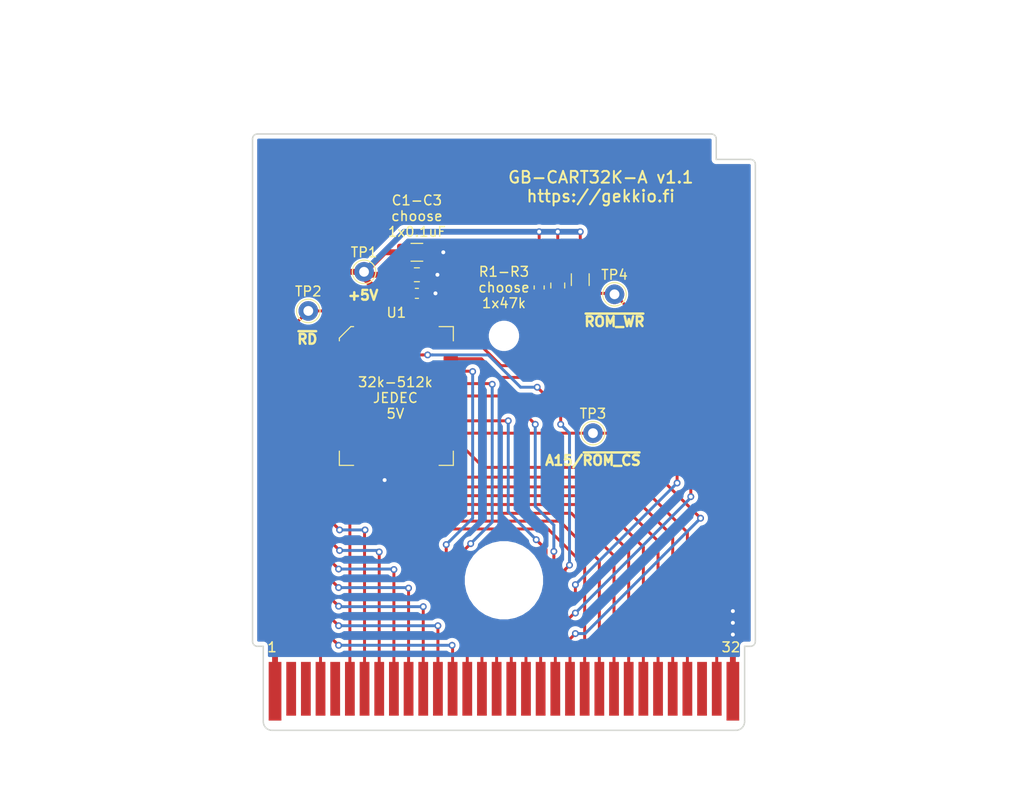
<source format=kicad_pcb>
(kicad_pcb (version 20211014) (generator pcbnew)
  (title_block (title "GB-CART32K-A") (rev "v1.1") (company "https://gekkio.fi"))
  (layers (0 "F.Cu" signal) (31 "B.Cu" signal) (34 "B.Paste" user) (35 "F.Paste" user) (36 "B.SilkS" user "B.Silkscreen") (37 "F.SilkS" user "F.Silkscreen") (38 "B.Mask" user) (39 "F.Mask" user) (44 "Edge.Cuts" user))
  (net 0 "")
  (net 1 "+5V")
  (net 2 "GND")
  (net 3 "/D0")
  (net 4 "/D1")
  (net 5 "/D2")
  (net 6 "/D3")
  (net 7 "/D4")
  (net 8 "/D5")
  (net 9 "/D6")
  (net 10 "/D7")
  (net 11 "/A12")
  (net 12 "/A13")
  (net 13 "/A14")
  (net 14 "/A7")
  (net 15 "/A6")
  (net 16 "/A5")
  (net 17 "/A4")
  (net 18 "/A3")
  (net 19 "/A2")
  (net 20 "/A1")
  (net 21 "/A0")
  (net 22 "/A10")
  (net 23 "/~{RD}")
  (net 24 "/A11")
  (net 25 "/A9")
  (net 26 "/A8")
  (net 27 "/~{ROM_CS}")
  (net 28 "/~{ROM_WR}")
  (footprint "Gekkio_MountingHole:MountingHole_7.2mm" (layer "F.Cu") (at 100 84.65)
    (fp_text reference "H1" hide)
    (fp_text value "DNF" hide)
    (pad "" np_thru_hole circle locked (at 0 0) (size 7.2 7.2) (drill 7.2) (layers *.Cu *.Mask))
  )
  (footprint "Gekkio_MountingHole:MountingHole_2.3mm" (layer "F.Cu") (at 100 59.65)
    (fp_text reference "H2" hide)
    (fp_text value "DNF" hide)
    (pad "" np_thru_hole circle locked (at 0 0) (size 2.3 2.3) (drill 2.3) (layers *.Cu *.Mask))
  )
  (footprint "Gekkio_Connector_PCBEdge:GameBoy_Cartridge_1x32_P1.50mm_Edge" (layer "F.Cu") (at 100 96)
    (fp_text reference "J1" hide)
    (fp_text value "DNF" hide)
    (fp_text user "1" (at -23.7 -4.5) (layer "F.SilkS"))
    (fp_text user "32" (at 23.2 -4.5) (layer "F.SilkS"))
    (pad "1" connect rect locked (at -23.4 0 90) (size 6 1.3) (layers "F.Cu" "F.Mask") (net 1 "+5V"))
    (pad "2" connect rect locked (at -21.75 -0.25 90) (size 5.5 1) (layers "F.Cu" "F.Mask"))
    (pad "3" connect rect locked (at -20.25 -0.25 90) (size 5.5 1) (layers "F.Cu" "F.Mask"))
    (pad "4" connect rect locked (at -18.75 -0.25 90) (size 5.5 1) (layers "F.Cu" "F.Mask") (net 23 "/~{RD}"))
    (pad "5" connect rect locked (at -17.25 -0.25 90) (size 5.5 1) (layers "F.Cu" "F.Mask"))
    (pad "6" connect rect locked (at -15.75 -0.25 90) (size 5.5 1) (layers "F.Cu" "F.Mask") (net 21 "/A0"))
    (pad "7" connect rect locked (at -14.25 -0.25 90) (size 5.5 1) (layers "F.Cu" "F.Mask") (net 20 "/A1"))
    (pad "8" connect rect locked (at -12.75 -0.25 90) (size 5.5 1) (layers "F.Cu" "F.Mask") (net 19 "/A2"))
    (pad "9" connect rect locked (at -11.25 -0.25 90) (size 5.5 1) (layers "F.Cu" "F.Mask") (net 18 "/A3"))
    (pad "10" connect rect locked (at -9.75 -0.25 90) (size 5.5 1) (layers "F.Cu" "F.Mask") (net 17 "/A4"))
    (pad "11" connect rect locked (at -8.25 -0.25 90) (size 5.5 1) (layers "F.Cu" "F.Mask") (net 16 "/A5"))
    (pad "12" connect rect locked (at -6.75 -0.25 90) (size 5.5 1) (layers "F.Cu" "F.Mask") (net 15 "/A6"))
    (pad "13" connect rect locked (at -5.25 -0.25 90) (size 5.5 1) (layers "F.Cu" "F.Mask") (net 14 "/A7"))
    (pad "14" connect rect locked (at -3.75 -0.25 90) (size 5.5 1) (layers "F.Cu" "F.Mask") (net 26 "/A8"))
    (pad "15" connect rect locked (at -2.25 -0.25 90) (size 5.5 1) (layers "F.Cu" "F.Mask") (net 25 "/A9"))
    (pad "16" connect rect locked (at -0.75 -0.25 90) (size 5.5 1) (layers "F.Cu" "F.Mask") (net 22 "/A10"))
    (pad "17" connect rect locked (at 0.75 -0.25 90) (size 5.5 1) (layers "F.Cu" "F.Mask") (net 24 "/A11"))
    (pad "18" connect rect locked (at 2.25 -0.25 90) (size 5.5 1) (layers "F.Cu" "F.Mask") (net 11 "/A12"))
    (pad "19" connect rect locked (at 3.75 -0.25 90) (size 5.5 1) (layers "F.Cu" "F.Mask") (net 12 "/A13"))
    (pad "20" connect rect locked (at 5.25 -0.25 90) (size 5.5 1) (layers "F.Cu" "F.Mask") (net 13 "/A14"))
    (pad "21" connect rect locked (at 6.75 -0.25 90) (size 5.5 1) (layers "F.Cu" "F.Mask") (net 27 "/~{ROM_CS}"))
    (pad "22" connect rect locked (at 8.25 -0.25 90) (size 5.5 1) (layers "F.Cu" "F.Mask") (net 3 "/D0"))
    (pad "23" connect rect locked (at 9.75 -0.25 90) (size 5.5 1) (layers "F.Cu" "F.Mask") (net 4 "/D1"))
    (pad "24" connect rect locked (at 11.25 -0.25 90) (size 5.5 1) (layers "F.Cu" "F.Mask") (net 5 "/D2"))
    (pad "25" connect rect locked (at 12.75 -0.25 90) (size 5.5 1) (layers "F.Cu" "F.Mask") (net 6 "/D3"))
    (pad "26" connect rect locked (at 14.25 -0.25 90) (size 5.5 1) (layers "F.Cu" "F.Mask") (net 7 "/D4"))
    (pad "27" connect rect locked (at 15.75 -0.25 90) (size 5.5 1) (layers "F.Cu" "F.Mask") (net 8 "/D5"))
    (pad "28" connect rect locked (at 17.25 -0.25 90) (size 5.5 1) (layers "F.Cu" "F.Mask") (net 9 "/D6"))
    (pad "29" connect rect locked (at 18.75 -0.25 90) (size 5.5 1) (layers "F.Cu" "F.Mask") (net 10 "/D7"))
    (pad "30" connect rect locked (at 20.25 -0.25 90) (size 5.5 1) (layers "F.Cu" "F.Mask"))
    (pad "31" connect rect locked (at 21.75 -0.25 90) (size 5.5 1) (layers "F.Cu" "F.Mask") (net 28 "/~{ROM_WR}"))
    (pad "32" connect rect locked (at 23.4 0 90) (size 6 1.3) (layers "F.Cu" "F.Mask") (net 2 "GND"))
  )
  (footprint "Capacitor_SMD:C_0603_1608Metric" (layer "F.Cu") (at 91.1 55.3)
    (fp_text reference "C1" hide)
    (fp_text value "0.1uF" hide)
    (fp_line (start -0.162779 -0.51) (end 0.162779 -0.51) (layer "F.SilkS") (width 0.12))
    (fp_line (start -0.162779 0.51) (end 0.162779 0.51) (layer "F.SilkS") (width 0.12))
    (pad "1" smd roundrect locked (at -0.7875 0) (size 0.875 0.95) (layers "F.Cu" "F.Paste" "F.Mask") (net 1 "+5V"))
    (pad "2" smd roundrect locked (at 0.7875 0) (size 0.875 0.95) (layers "F.Cu" "F.Paste" "F.Mask") (net 2 "GND"))
  )
  (footprint "Capacitor_SMD:C_0805_2012Metric" (layer "F.Cu") (at 91.1 53.4)
    (fp_text reference "C2" hide)
    (fp_text value "1uF" hide)
    (fp_line (start -0.258578 0.71) (end 0.258578 0.71) (layer "F.SilkS") (width 0.12))
    (fp_line (start -0.258578 -0.71) (end 0.258578 -0.71) (layer "F.SilkS") (width 0.12))
    (pad "1" smd roundrect locked (at -0.9375 0) (size 0.975 1.4) (layers "F.Cu" "F.Paste" "F.Mask") (net 1 "+5V"))
    (pad "2" smd roundrect locked (at 0.9375 0) (size 0.975 1.4) (layers "F.Cu" "F.Paste" "F.Mask") (net 2 "GND"))
  )
  (footprint "Capacitor_SMD:C_1206_3216Metric" (layer "F.Cu") (at 91.1 51.1)
    (fp_text reference "C3" hide)
    (fp_text value "10uF" hide)
    (fp_line (start -0.602064 -0.91) (end 0.602064 -0.91) (layer "F.SilkS") (width 0.12))
    (fp_line (start -0.602064 0.91) (end 0.602064 0.91) (layer "F.SilkS") (width 0.12))
    (pad "1" smd roundrect locked (at -1.4 0) (size 1.25 1.75) (layers "F.Cu" "F.Paste" "F.Mask") (roundrect_rratio 0.2) (net 1 "+5V"))
    (pad "2" smd roundrect locked (at 1.4 0) (size 1.25 1.75) (layers "F.Cu" "F.Paste" "F.Mask") (roundrect_rratio 0.2) (net 2 "GND"))
  )
  (footprint "Resistor_SMD:R_1206_3216Metric" (layer "F.Cu") (at 107.8 53.9 -90)
    (fp_text reference "R3" hide)
    (fp_text value "47k" hide)
    (fp_line (start -0.602064 -0.91) (end 0.602064 -0.91) (layer "F.SilkS") (width 0.12))
    (fp_line (start -0.602064 0.91) (end 0.602064 0.91) (layer "F.SilkS") (width 0.12))
    (pad "1" smd roundrect locked (at -1.4 0 270) (size 1.25 1.75) (layers "F.Cu" "F.Paste" "F.Mask") (roundrect_rratio 0.2) (net 1 "+5V"))
    (pad "2" smd roundrect locked (at 1.4 0 270) (size 1.25 1.75) (layers "F.Cu" "F.Paste" "F.Mask") (roundrect_rratio 0.2) (net 28 "/~{ROM_WR}"))
  )
  (footprint "TestPoint:TestPoint_THTPad_D2.0mm_Drill1.0mm" (layer "F.Cu") (at 85.7 53.1)
    (fp_text reference "TP1" (at 0 -1.998) (layer "F.SilkS"))
    (fp_text value "TestPoint" hide)
    (fp_circle (center 0 0) (end 0 1.2) (layer "F.SilkS") (width 0.12) (fill none))
    (pad "1" thru_hole circle locked (at 0 0) (size 2 2) (drill 1) (layers *.Cu *.Mask) (net 1 "+5V"))
  )
  (footprint "TestPoint:TestPoint_THTPad_D2.0mm_Drill1.0mm" (layer "F.Cu") (at 111.3 55.4)
    (fp_text reference "TP4" (at 0 -1.998) (layer "F.SilkS"))
    (fp_text value "TestPoint" hide)
    (fp_circle (center 0 0) (end 0 1.2) (layer "F.SilkS") (width 0.12) (fill none))
    (pad "1" thru_hole circle locked (at 0 0) (size 2 2) (drill 1) (layers *.Cu *.Mask) (net 28 "/~{ROM_WR}"))
  )
  (footprint "Package_LCC:PLCC-32_11.4x14.0mm_P1.27mm" (layer "F.Cu") (at 89 65.8)
    (fp_text reference "U1" (at 0 -8.52) (layer "F.SilkS"))
    (fp_text value "SST39SF040")
    (fp_line (start -4.37 -7.095) (end -4.652782 -7.095) (layer "F.SilkS") (width 0.12))
    (fp_line (start -5.825 7.095) (end -5.825 5.64) (layer "F.SilkS") (width 0.12))
    (fp_line (start 4.37 7.095) (end 5.825 7.095) (layer "F.SilkS") (width 0.12))
    (fp_line (start -4.652782 -7.095) (end -5.825 -5.922782) (layer "F.SilkS") (width 0.12))
    (fp_line (start -4.37 7.095) (end -5.825 7.095) (layer "F.SilkS") (width 0.12))
    (fp_line (start 5.825 -7.095) (end 5.825 -5.64) (layer "F.SilkS") (width 0.12))
    (fp_line (start -5.825 -5.922782) (end -5.825 -5.64) (layer "F.SilkS") (width 0.12))
    (fp_line (start 5.825 7.095) (end 5.825 5.64) (layer "F.SilkS") (width 0.12))
    (fp_line (start 4.37 -7.095) (end 5.825 -7.095) (layer "F.SilkS") (width 0.12))
    (pad "1" smd roundrect locked (at 0 -6.8375) (size 0.6 1.475) (layers "F.Cu" "F.Paste" "F.Mask") (net 1 "+5V"))
    (pad "2" smd roundrect locked (at -1.27 -6.8375) (size 0.6 1.475) (layers "F.Cu" "F.Paste" "F.Mask") (net 1 "+5V"))
    (pad "3" smd roundrect locked (at -2.54 -6.8375) (size 0.6 1.475) (layers "F.Cu" "F.Paste" "F.Mask") (net 1 "+5V"))
    (pad "4" smd roundrect locked (at -3.81 -6.8375) (size 0.6 1.475) (layers "F.Cu" "F.Paste" "F.Mask") (net 11 "/A12"))
    (pad "5" smd roundrect locked (at -5.5625 -5.08) (size 1.475 0.6) (layers "F.Cu" "F.Paste" "F.Mask") (net 14 "/A7"))
    (pad "6" smd roundrect locked (at -5.5625 -3.81) (size 1.475 0.6) (layers "F.Cu" "F.Paste" "F.Mask") (net 15 "/A6"))
    (pad "7" smd roundrect locked (at -5.5625 -2.54) (size 1.475 0.6) (layers "F.Cu" "F.Paste" "F.Mask") (net 16 "/A5"))
    (pad "8" smd roundrect locked (at -5.5625 -1.27) (size 1.475 0.6) (layers "F.Cu" "F.Paste" "F.Mask") (net 17 "/A4"))
    (pad "9" smd roundrect locked (at -5.5625 0) (size 1.475 0.6) (layers "F.Cu" "F.Paste" "F.Mask") (net 18 "/A3"))
    (pad "10" smd roundrect locked (at -5.5625 1.27) (size 1.475 0.6) (layers "F.Cu" "F.Paste" "F.Mask") (net 19 "/A2"))
    (pad "11" smd roundrect locked (at -5.5625 2.54) (size 1.475 0.6) (layers "F.Cu" "F.Paste" "F.Mask") (net 20 "/A1"))
    (pad "12" smd roundrect locked (at -5.5625 3.81) (size 1.475 0.6) (layers "F.Cu" "F.Paste" "F.Mask") (net 21 "/A0"))
    (pad "13" smd roundrect locked (at -5.5625 5.08) (size 1.475 0.6) (layers "F.Cu" "F.Paste" "F.Mask") (net 3 "/D0"))
    (pad "14" smd roundrect locked (at -3.81 6.8375) (size 0.6 1.475) (layers "F.Cu" "F.Paste" "F.Mask") (net 4 "/D1"))
    (pad "15" smd roundrect locked (at -2.54 6.8375) (size 0.6 1.475) (layers "F.Cu" "F.Paste" "F.Mask") (net 5 "/D2"))
    (pad "16" smd roundrect locked (at -1.27 6.8375) (size 0.6 1.475) (layers "F.Cu" "F.Paste" "F.Mask") (net 2 "GND"))
    (pad "17" smd roundrect locked (at 0 6.8375) (size 0.6 1.475) (layers "F.Cu" "F.Paste" "F.Mask") (net 6 "/D3"))
    (pad "18" smd roundrect locked (at 1.27 6.8375) (size 0.6 1.475) (layers "F.Cu" "F.Paste" "F.Mask") (net 7 "/D4"))
    (pad "19" smd roundrect locked (at 2.54 6.8375) (size 0.6 1.475) (layers "F.Cu" "F.Paste" "F.Mask") (net 8 "/D5"))
    (pad "20" smd roundrect locked (at 3.81 6.8375) (size 0.6 1.475) (layers "F.Cu" "F.Paste" "F.Mask") (net 9 "/D6"))
    (pad "21" smd roundrect locked (at 5.5625 5.08) (size 1.475 0.6) (layers "F.Cu" "F.Paste" "F.Mask") (net 10 "/D7"))
    (pad "22" smd roundrect locked (at 5.5625 3.81) (size 1.475 0.6) (layers "F.Cu" "F.Paste" "F.Mask") (net 27 "/~{ROM_CS}"))
    (pad "23" smd roundrect locked (at 5.5625 2.54) (size 1.475 0.6) (layers "F.Cu" "F.Paste" "F.Mask") (net 22 "/A10"))
    (pad "24" smd roundrect locked (at 5.5625 1.27) (size 1.475 0.6) (layers "F.Cu" "F.Paste" "F.Mask") (net 23 "/~{RD}"))
    (pad "25" smd roundrect locked (at 5.5625 0) (size 1.475 0.6) (layers "F.Cu" "F.Paste" "F.Mask") (net 24 "/A11"))
    (pad "26" smd roundrect locked (at 5.5625 -1.27) (size 1.475 0.6) (layers "F.Cu" "F.Paste" "F.Mask") (net 25 "/A9"))
    (pad "27" smd roundrect locked (at 5.5625 -2.54) (size 1.475 0.6) (layers "F.Cu" "F.Paste" "F.Mask") (net 26 "/A8"))
    (pad "28" smd roundrect locked (at 5.5625 -3.81) (size 1.475 0.6) (layers "F.Cu" "F.Paste" "F.Mask") (net 12 "/A13"))
    (pad "29" smd roundrect locked (at 5.5625 -5.08) (size 1.475 0.6) (layers "F.Cu" "F.Paste" "F.Mask") (net 13 "/A14"))
    (pad "30" smd roundrect locked (at 3.81 -6.8375) (size 0.6 1.475) (layers "F.Cu" "F.Paste" "F.Mask") (net 1 "+5V"))
    (pad "31" smd roundrect locked (at 2.54 -6.8375) (size 0.6 1.475) (layers "F.Cu" "F.Paste" "F.Mask") (net 28 "/~{ROM_WR}"))
    (pad "32" smd roundrect locked (at 1.27 -6.8375) (size 0.6 1.475) (layers "F.Cu" "F.Paste" "F.Mask") (net 1 "+5V"))
  )
  (footprint "Resistor_SMD:R_0805_2012Metric" (layer "F.Cu") (at 105.5 54.5 -90)
    (fp_text reference "R2" hide)
    (fp_text value "47k" hide)
    (fp_line (start -0.258578 -0.71) (end 0.258578 -0.71) (layer "F.SilkS") (width 0.12))
    (fp_line (start -0.258578 0.71) (end 0.258578 0.71) (layer "F.SilkS") (width 0.12))
    (pad "1" smd roundrect locked (at -0.9375 0 270) (size 0.975 1.4) (layers "F.Cu" "F.Paste" "F.Mask") (net 1 "+5V"))
    (pad "2" smd roundrect locked (at 0.9375 0 270) (size 0.975 1.4) (layers "F.Cu" "F.Paste" "F.Mask") (net 28 "/~{ROM_WR}"))
  )
  (footprint "Resistor_SMD:R_0603_1608Metric" (layer "F.Cu") (at 103.6 54.7 -90)
    (fp_text reference "R1" hide)
    (fp_text value "47k" hide)
    (fp_line (start -0.162779 0.51) (end 0.162779 0.51) (layer "F.SilkS") (width 0.12))
    (fp_line (start -0.162779 -0.51) (end 0.162779 -0.51) (layer "F.SilkS") (width 0.12))
    (pad "1" smd roundrect locked (at -0.7875 0 270) (size 0.875 0.95) (layers "F.Cu" "F.Paste" "F.Mask") (net 1 "+5V"))
    (pad "2" smd roundrect locked (at 0.7875 0 270) (size 0.875 0.95) (layers "F.Cu" "F.Paste" "F.Mask") (net 28 "/~{ROM_WR}"))
  )
  (footprint "TestPoint:TestPoint_THTPad_D2.0mm_Drill1.0mm" (layer "F.Cu") (at 109.1 69.6)
    (fp_text reference "TP3" (at 0 -1.998) (layer "F.SilkS"))
    (fp_text value "TestPoint" hide)
    (fp_circle (center 0 0) (end 0 1.2) (layer "F.SilkS") (width 0.12) (fill none))
    (pad "1" thru_hole circle locked (at 0 0) (size 2 2) (drill 1) (layers *.Cu *.Mask) (net 27 "/~{ROM_CS}"))
  )
  (footprint "TestPoint:TestPoint_THTPad_D2.0mm_Drill1.0mm" (layer "F.Cu") (at 80 57.1)
    (fp_text reference "TP2" (at 0 -1.998) (layer "F.SilkS"))
    (fp_text value "TestPoint" hide)
    (fp_circle (center 0 0) (end 0 1.2) (layer "F.SilkS") (width 0.12) (fill none))
    (pad "1" thru_hole circle locked (at 0 0) (size 2 2) (drill 1) (layers *.Cu *.Mask) (net 23 "/~{RD}"))
  )
  (gr_arc (start 76.3 100) (mid 75.663604 99.736396) (end 75.4 99.1) (layer "Edge.Cuts") (width 0.15))
  (gr_arc (start 125.2 41.6) (mid 125.553553 41.746447) (end 125.7 42.1) (layer "Edge.Cuts") (width 0.15))
  (gr_arc (start 121.2 39) (mid 121.553553 39.146447) (end 121.7 39.5) (layer "Edge.Cuts") (width 0.15))
  (gr_arc (start 74.3 39.5) (mid 74.446447 39.146447) (end 74.8 39) (layer "Edge.Cuts") (width 0.15))
  (gr_arc (start 74.8 91.4) (mid 74.446447 91.253553) (end 74.3 90.9) (layer "Edge.Cuts") (width 0.15))
  (gr_line (start 125.2 41.6) (end 121.7 41.6) (layer "Edge.Cuts") (width 0.15))
  (gr_arc (start 125.7 90.9) (mid 125.553553 91.253553) (end 125.2 91.4) (layer "Edge.Cuts") (width 0.15))
  (gr_line (start 125.7 90.9) (end 125.7 42.1) (layer "Edge.Cuts") (width 0.15))
  (gr_line (start 75.4 99.1) (end 75.4 91.4) (layer "Edge.Cuts") (width 0.15))
  (gr_line (start 74.3 90.9) (end 74.3 39.5) (layer "Edge.Cuts") (width 0.15))
  (gr_line (start 124.6 91.4) (end 125.2 91.4) (layer "Edge.Cuts") (width 0.15))
  (gr_arc (start 124.6 99.1) (mid 124.336396 99.736396) (end 123.7 100) (layer "Edge.Cuts") (width 0.15))
  (gr_line (start 74.8 39) (end 121.2 39) (layer "Edge.Cuts") (width 0.15))
  (gr_line (start 124.6 99.1) (end 124.6 91.4) (layer "Edge.Cuts") (width 0.15))
  (gr_line (start 76.3 100) (end 123.7 100) (layer "Edge.Cuts") (width 0.15))
  (gr_line (start 75.4 91.4) (end 74.8 91.4) (layer "Edge.Cuts") (width 0.15))
  (gr_line (start 121.7 39.5) (end 121.7 41.6) (layer "Edge.Cuts") (width 0.15))
  (gr_text "~{RD}" (at 79.9 60) (layer "F.SilkS") (effects (font (size 1 1) (thickness 0.25))))
  (gr_text "~{ROM_WR}" (at 111.3 58.2) (layer "F.SilkS") (effects (font (size 1 1) (thickness 0.25))))
  (gr_text "A15/~{ROM_CS}" (at 109.1 72.4) (layer "F.SilkS") (effects (font (size 1 1) (thickness 0.25))))
  (gr_text "C1-C3\nchoose\n1x0.1uF" (at 91.1 47.4) (layer "F.SilkS") (effects (font (size 1 1))))
  (gr_text "R1-R3\nchoose\n1x47k" (at 100 54.7) (layer "F.SilkS") (effects (font (size 1 1))))
  (gr_text "32k-512k\nJEDEC\n5V" (at 88.9 66) (layer "F.SilkS") (effects (font (size 1 1))))
  (gr_text "+5V" (at 85.6 55.5) (layer "F.SilkS") (effects (font (size 1 1) (thickness 0.25))))
  (gr_text "GB-CART32K-A v1.1\nhttps://gekkio.fi" (at 109.9 44.4) (layer "F.SilkS") (effects (font (size 1.2 1.2) (thickness 0.2))))
  (segment (start 87.73 58.9625) (end 87.73 55.33) (width 0.3) (layer "F.Cu") (net 1))
  (segment (start 103.6 53.9125) (end 103.6 49) (width 0.3) (layer "F.Cu") (net 1))
  (segment (start 92.0875 56.6875) (end 90.3125 56.6875) (width 0.3) (layer "F.Cu") (net 1))
  (segment (start 92.81 58.9625) (end 92.8 58.9525) (width 0.3) (layer "F.Cu") (net 1))
  (segment (start 87.3 55.3) (end 87.7 55.3) (width 0.6) (layer "F.Cu") (net 1))
  (segment (start 86.46 55.14) (end 86.46 58.9625) (width 0.3) (layer "F.Cu") (net 1))
  (segment (start 87.8 51.1) (end 89.7 51.1) (width 0.6) (layer "F.Cu") (net 1))
  (segment (start 86 53.4) (end 90.1625 53.4) (width 0.6) (layer "F.Cu") (net 1))
  (segment (start 90.3125 55.3) (end 90.3125 56.6875) (width 0.6) (layer "F.Cu") (net 1))
  (segment (start 79.3 53.1) (end 75.249991 57.150009) (width 0.6) (layer "F.Cu") (net 1))
  (segment (start 90.1625 53.4) (end 90.1625 51.5625) (width 0.6) (layer "F.Cu") (net 1))
  (segment (start 85.7 53.7) (end 86.8 54.8) (width 0.6) (layer "F.Cu") (net 1))
  (segment (start 89 58.9625) (end 89 55.4) (width 0.3) (layer "F.Cu") (net 1))
  (segment (start 90.3125 56.6875) (end 90.3125 58.92) (width 0.6) (layer "F.Cu") (net 1))
  (segment (start 89.1 55.3) (end 90.3125 55.3) (width 0.6) (layer "F.Cu") (net 1))
  (segment (start 85.7 53.1) (end 85.7 53.7) (width 0.6) (layer "F.Cu") (net 1))
  (segment (start 90.1625 55.15) (end 90.3125 55.3) (width 0.6) (layer "F.Cu") (net 1))
  (segment (start 90.1625 53.4) (end 90.1625 55.15) (width 0.6) (layer "F.Cu") (net 1))
  (segment (start 107.8 52.5) (end 107.8 49) (width 0.3) (layer "F.Cu") (net 1))
  (segment (start 90.3125 58.92) (end 90.27 58.9625) (width 0.6) (layer "F.Cu") (net 1))
  (segment (start 85.7 53.1) (end 79.3 53.1) (width 0.6) (layer "F.Cu") (net 1))
  (segment (start 86.8 54.8) (end 87.3 55.3) (width 0.6) (layer "F.Cu") (net 1))
  (segment (start 105.5 53.5625) (end 105.5 49) (width 0.3) (layer "F.Cu") (net 1))
  (segment (start 92.8 58.9525) (end 92.8 57.4) (width 0.3) (layer "F.Cu") (net 1))
  (segment (start 85.7 53.1) (end 85.8 53.1) (width 0.6) (layer "F.Cu") (net 1))
  (segment (start 86.8 54.8) (end 86.46 55.14) (width 0.3) (layer "F.Cu") (net 1))
  (segment (start 85.7 53.1) (end 86 53.4) (width 0.6) (layer "F.Cu") (net 1))
  (segment (start 87.7 55.3) (end 89.1 55.3) (width 0.6) (layer "F.Cu") (net 1))
  (segment (start 85.8 53.1) (end 87.8 51.1) (width 0.6) (layer "F.Cu") (net 1))
  (segment (start 75.249991 57.150009) (end 75.249991 86.349991) (width 0.6) (layer "F.Cu") (net 1))
  (segment (start 87.73 55.33) (end 87.7 55.3) (width 0.3) (layer "F.Cu") (net 1))
  (segment (start 90.1625 51.5625) (end 89.7 51.1) (width 0.6) (layer "F.Cu") (net 1))
  (segment (start 92.8 57.4) (end 92.0875 56.6875) (width 0.3) (layer "F.Cu") (net 1))
  (segment (start 76.6 87.7) (end 76.6 96) (width 0.6) (layer "F.Cu") (net 1))
  (segment (start 75.249991 86.349991) (end 76.6 87.7) (width 0.6) (layer "F.Cu") (net 1))
  (segment (start 89 55.4) (end 89.1 55.3) (width 0.3) (layer "F.Cu") (net 1))
  (via (at 103.6 49) (size 0.7) (drill 0.4) (layers "F.Cu" "B.Cu") (net 1))
  (via (at 107.8 49) (size 0.7) (drill 0.4) (layers "F.Cu" "B.Cu") (net 1))
  (via (at 105.5 49) (size 0.7) (drill 0.4) (layers "F.Cu" "B.Cu") (net 1))
  (segment (start 89.8 49) (end 103.6 49) (width 0.6) (layer "B.Cu") (net 1))
  (segment (start 85.7 53.1) (end 89.8 49) (width 0.6) (layer "B.Cu") (net 1))
  (segment (start 103.6 49) (end 105.5 49) (width 0.6) (layer "B.Cu") (net 1))
  (segment (start 105.5 49) (end 107.8 49) (width 0.6) (layer "B.Cu") (net 1))
  (segment (start 123.4 96) (end 123.4 90.2) (width 0.6) (layer "F.Cu") (net 2))
  (segment (start 91.8875 53.55) (end 92.0375 53.4) (width 0.6) (layer "F.Cu") (net 2))
  (segment (start 123.4 90.2) (end 123.4 89) (width 0.6) (layer "F.Cu") (net 2))
  (segment (start 91.8875 55.3) (end 93 55.3) (width 0.6) (layer "F.Cu") (net 2))
  (segment (start 92.0375 53.4) (end 93.2 53.4) (width 0.6) (layer "F.Cu") (net 2))
  (segment (start 87.73 72.6375) (end 87.73 74.33) (width 0.6) (layer "F.Cu") (net 2))
  (segment (start 92.5 51.1) (end 93.8 51.1) (width 0.6) (layer "F.Cu") (net 2))
  (segment (start 92.0375 51.5625) (end 92.5 51.1) (width 0.6) (layer "F.Cu") (net 2))
  (segment (start 87.73 74.33) (end 87.8 74.4) (width 0.6) (layer "F.Cu") (net 2))
  (segment (start 91.8875 55.3) (end 91.8875 53.55) (width 0.6) (layer "F.Cu") (net 2))
  (segment (start 123.4 89) (end 123.4 87.8) (width 0.6) (layer "F.Cu") (net 2))
  (segment (start 92.0375 53.4) (end 92.0375 51.5625) (width 0.6) (layer "F.Cu") (net 2))
  (via (at 93.2 53.4) (size 0.7) (drill 0.4) (layers "F.Cu" "B.Cu") (net 2))
  (via (at 87.8 74.4) (size 0.7) (drill 0.4) (layers "F.Cu" "B.Cu") (net 2))
  (via (at 123.4 89) (size 0.7) (drill 0.4) (layers "F.Cu" "B.Cu") (net 2))
  (via (at 123.4 90.2) (size 0.7) (drill 0.4) (layers "F.Cu" "B.Cu") (net 2))
  (via (at 93 55.3) (size 0.7) (drill 0.4) (layers "F.Cu" "B.Cu") (net 2))
  (via (at 123.4 87.8) (size 0.7) (drill 0.4) (layers "F.Cu" "B.Cu") (net 2))
  (via (at 93.8 51.1) (size 0.7) (drill 0.4) (layers "F.Cu" "B.Cu") (net 2))
  (segment (start 108.25 83.15) (end 108.25 92.7) (width 0.3) (layer "F.Cu") (net 3))
  (segment (start 104.5 79.4) (end 108.25 83.15) (width 0.3) (layer "F.Cu") (net 3))
  (segment (start 81.8 73.5) (end 87.7 79.4) (width 0.3) (layer "F.Cu") (net 3))
  (segment (start 82.42 70.88) (end 81.8 71.5) (width 0.3) (layer "F.Cu") (net 3))
  (segment (start 81.8 71.5) (end 81.8 73.5) (width 0.3) (layer "F.Cu") (net 3))
  (segment (start 108.25 92.7) (end 108.25 95.75) (width 0.3) (layer "F.Cu") (net 3))
  (segment (start 83.4375 70.88) (end 82.42 70.88) (width 0.3) (layer "F.Cu") (net 3))
  (segment (start 87.7 79.4) (end 104.5 79.4) (width 0.3) (layer "F.Cu") (net 3))
  (segment (start 85.2 72.6475) (end 85.2 75.3) (width 0.3) (layer "F.Cu") (net 4))
  (segment (start 88.5 78.6) (end 105.7 78.6) (width 0.3) (layer "F.Cu") (net 4))
  (segment (start 109.75 82.65) (end 109.75 92.7) (width 0.3) (layer "F.Cu") (net 4))
  (segment (start 85.19 72.6375) (end 85.2 72.6475) (width 0.3) (layer "F.Cu") (net 4))
  (segment (start 105.7 78.6) (end 109.75 82.65) (width 0.3) (layer "F.Cu") (net 4))
  (segment (start 85.2 75.3) (end 88.5 78.6) (width 0.3) (layer "F.Cu") (net 4))
  (segment (start 109.75 92.7) (end 109.75 95.75) (width 0.3) (layer "F.Cu") (net 4))
  (segment (start 86.46 72.6375) (end 86.5 72.6775) (width 0.3) (layer "F.Cu") (net 5))
  (segment (start 111.25 82.15) (end 111.25 92.7) (width 0.3) (layer "F.Cu") (net 5))
  (segment (start 86.5 75) (end 89.3 77.8) (width 0.3) (layer "F.Cu") (net 5))
  (segment (start 106.9 77.8) (end 111.25 82.15) (width 0.3) (layer "F.Cu") (net 5))
  (segment (start 111.25 92.7) (end 111.25 95.75) (width 0.3) (layer "F.Cu") (net 5))
  (segment (start 86.5 72.6775) (end 86.5 75) (width 0.3) (layer "F.Cu") (net 5))
  (segment (start 89.3 77.8) (end 106.9 77.8) (width 0.3) (layer "F.Cu") (net 5))
  (segment (start 112.75 92.7) (end 112.75 95.75) (width 0.3) (layer "F.Cu") (net 6))
  (segment (start 112.75 81.65) (end 112.75 92.7) (width 0.3) (layer "F.Cu") (net 6))
  (segment (start 89 74.9) (end 91 76.9) (width 0.3) (layer "F.Cu") (net 6))
  (segment (start 89 72.6375) (end 89 74.9) (width 0.3) (layer "F.Cu") (net 6))
  (segment (start 108 76.9) (end 112.75 81.65) (width 0.3) (layer "F.Cu") (net 6))
  (segment (start 91 76.9) (end 108 76.9) (width 0.3) (layer "F.Cu") (net 6))
  (segment (start 92.1 76) (end 109 76) (width 0.3) (layer "F.Cu") (net 7))
  (segment (start 114.25 81.25) (end 114.25 95.75) (width 0.3) (layer "F.Cu") (net 7))
  (segment (start 90.3 72.6675) (end 90.3 74.2) (width 0.3) (layer "F.Cu") (net 7))
  (segment (start 90.27 72.6375) (end 90.3 72.6675) (width 0.3) (layer "F.Cu") (net 7))
  (segment (start 109 76) (end 114.25 81.25) (width 0.3) (layer "F.Cu") (net 7))
  (segment (start 90.3 74.2) (end 92.1 76) (width 0.3) (layer "F.Cu") (net 7))
  (segment (start 115.75 80.65) (end 115.75 95.75) (width 0.3) (layer "F.Cu") (net 8))
  (segment (start 110.2 75.1) (end 115.75 80.65) (width 0.3) (layer "F.Cu") (net 8))
  (segment (start 92.7 75.1) (end 110.2 75.1) (width 0.3) (layer "F.Cu") (net 8))
  (segment (start 91.5 73.9) (end 92.7 75.1) (width 0.3) (layer "F.Cu") (net 8))
  (segment (start 91.5 72.6775) (end 91.5 73.9) (width 0.3) (layer "F.Cu") (net 8))
  (segment (start 91.54 72.6375) (end 91.5 72.6775) (width 0.3) (layer "F.Cu") (net 8))
  (segment (start 93.2 74.1) (end 111.2 74.1) (width 0.3) (layer "F.Cu") (net 9))
  (segment (start 92.81 73.71) (end 93.2 74.1) (width 0.3) (layer "F.Cu") (net 9))
  (segment (start 92.81 72.6375) (end 92.81 73.71) (width 0.3) (layer "F.Cu") (net 9))
  (segment (start 117.25 80.15) (end 117.25 95.75) (width 0.3) (layer "F.Cu") (net 9))
  (segment (start 111.2 74.1) (end 117.25 80.15) (width 0.3) (layer "F.Cu") (net 9))
  (segment (start 95.68 70.88) (end 97.9 73.1) (width 0.3) (layer "F.Cu") (net 10))
  (segment (start 94.5625 70.88) (end 95.68 70.88) (width 0.3) (layer "F.Cu") (net 10))
  (segment (start 112.1 73.1) (end 118.75 79.75) (width 0.3) (layer "F.Cu") (net 10))
  (segment (start 97.9 73.1) (end 112.1 73.1) (width 0.3) (layer "F.Cu") (net 10))
  (segment (start 118.75 79.75) (end 118.75 95.75) (width 0.3) (layer "F.Cu") (net 10))
  (segment (start 106.250001 86.449999) (end 106.250001 83.549999) (width 0.3) (layer "F.Cu") (net 11))
  (segment (start 102.25 90.45) (end 106.250001 86.449999) (width 0.3) (layer "F.Cu") (net 11))
  (segment (start 102.25 95.75) (end 102.25 90.45) (width 0.3) (layer "F.Cu") (net 11))
  (segment (start 105.8 68.7) (end 105.8 67.3) (width 0.3) (layer "F.Cu") (net 11))
  (segment (start 85.19 58.9625) (end 85.19 59.8) (width 0.3) (layer "F.Cu") (net 11))
  (segment (start 86.990002 61.600002) (end 91.705024 61.600002) (width 0.3) (layer "F.Cu") (net 11))
  (segment (start 106.350001 83.449999) (end 106.7 83.1) (width 0.3) (layer "F.Cu") (net 11))
  (segment (start 106.250001 83.549999) (end 106.350001 83.449999) (width 0.3) (layer "F.Cu") (net 11))
  (segment (start 105.8 67.3) (end 103.4 64.9) (width 0.3) (layer "F.Cu") (net 11))
  (segment (start 91.705024 61.600002) (end 92.199998 61.600002) (width 0.3) (layer "F.Cu") (net 11))
  (segment (start 85.19 59.8) (end 86.990002 61.600002) (width 0.3) (layer "F.Cu") (net 11))
  (via (at 92.199998 61.600002) (size 0.7) (drill 0.4) (layers "F.Cu" "B.Cu") (net 11))
  (via (at 105.8 68.7) (size 0.7) (drill 0.4) (layers "F.Cu" "B.Cu") (net 11))
  (via (at 106.7 83.1) (size 0.7) (drill 0.4) (layers "F.Cu" "B.Cu") (net 11))
  (via (at 103.4 64.9) (size 0.7) (drill 0.4) (layers "F.Cu" "B.Cu") (net 11))
  (segment (start 98.400002 61.600002) (end 92.694972 61.600002) (width 0.3) (layer "B.Cu") (net 11))
  (segment (start 92.694972 61.600002) (end 92.199998 61.600002) (width 0.3) (layer "B.Cu") (net 11))
  (segment (start 105.8 68.7) (end 106.7 69.6) (width 0.3) (layer "B.Cu") (net 11))
  (segment (start 106.7 69.6) (end 106.7 82.605026) (width 0.3) (layer "B.Cu") (net 11))
  (segment (start 106.7 82.605026) (end 106.7 83.1) (width 0.3) (layer "B.Cu") (net 11))
  (segment (start 101.7 64.9) (end 98.400002 61.600002) (width 0.3) (layer "B.Cu") (net 11))
  (segment (start 103.4 64.9) (end 101.7 64.9) (width 0.3) (layer "B.Cu") (net 11))
  (segment (start 103.75 95.75) (end 103.75 90.05) (width 0.3) (layer "F.Cu") (net 12))
  (segment (start 117.700002 74.700002) (end 117.700002 72.700002) (width 0.3) (layer "F.Cu") (net 12))
  (segment (start 108.9 63.9) (end 99.6 63.9) (width 0.3) (layer "F.Cu") (net 12))
  (segment (start 97.69 61.99) (end 94.5625 61.99) (width 0.3) (layer "F.Cu") (net 12))
  (segment (start 117.700002 72.700002) (end 108.9 63.9) (width 0.3) (layer "F.Cu") (net 12))
  (segment (start 107.3 86.5) (end 107.3 85.1) (width 0.3) (layer "F.Cu") (net 12))
  (segment (start 103.75 90.05) (end 107.3 86.5) (width 0.3) (layer "F.Cu") (net 12))
  (segment (start 99.6 63.9) (end 97.69 61.99) (width 0.3) (layer "F.Cu") (net 12))
  (via (at 107.3 85.1) (size 0.7) (drill 0.4) (layers "F.Cu" "B.Cu") (net 12))
  (via (at 117.700002 74.700002) (size 0.7) (drill 0.4) (layers "F.Cu" "B.Cu") (net 12))
  (segment (start 107.3 85.1) (end 117.699998 74.700002) (width 0.3) (layer "B.Cu") (net 12))
  (segment (start 117.699998 74.700002) (end 117.700002 74.700002) (width 0.3) (layer "B.Cu") (net 12))
  (segment (start 110.1 62.7) (end 104.9 62.7) (width 0.3) (layer "F.Cu") (net 13))
  (segment (start 107.2 88.1) (end 107.3 88) (width 0.3) (layer "F.Cu") (net 13))
  (segment (start 107.1 88.1) (end 107.2 88.1) (width 0.3) (layer "F.Cu") (net 13))
  (segment (start 119.099998 76.100128) (end 119.099998 71.699998) (width 0.3) (layer "F.Cu") (net 13))
  (segment (start 99.7 62.7) (end 104.9 62.7) (width 0.3) (layer "F.Cu") (net 13))
  (segment (start 97.75 60.75) (end 99.7 62.7) (width 0.3) (layer "F.Cu") (net 13))
  (segment (start 104.9 62.7) (end 105.69987 62.7) (width 0.3) (layer "F.Cu") (net 13))
  (segment (start 94.5925 60.75) (end 97.75 60.75) (width 0.3) (layer "F.Cu") (net 13))
  (segment (start 105.25 89.95) (end 107.1 88.1) (width 0.3) (layer "F.Cu") (net 13))
  (segment (start 105.25 95.75) (end 105.25 89.95) (width 0.3) (layer "F.Cu") (net 13))
  (segment (start 119.099998 71.699998) (end 110.1 62.7) (width 0.3) (layer "F.Cu") (net 13))
  (segment (start 94.5625 60.72) (end 94.5925 60.75) (width 0.3) (layer "F.Cu") (net 13))
  (via (at 107.3 88) (size 0.7) (drill 0.4) (layers "F.Cu" "B.Cu") (net 13))
  (via (at 119.099998 76.100128) (size 0.7) (drill 0.4) (layers "F.Cu" "B.Cu") (net 13))
  (segment (start 107.3 88) (end 119.099998 76.200002) (width 0.3) (layer "B.Cu") (net 13))
  (segment (start 119.099998 76.200002) (end 119.099998 76.100128) (width 0.3) (layer "B.Cu") (net 13))
  (segment (start 76.9 85.1) (end 82.750001 90.950001) (width 0.3) (layer "F.Cu") (net 14))
  (segment (start 81.2 60.7) (end 76.9 65) (width 0.3) (layer "F.Cu") (net 14))
  (segment (start 76.9 65) (end 76.9 85.1) (width 0.3) (layer "F.Cu") (net 14))
  (segment (start 82.750001 90.950001) (end 83.1 91.3) (width 0.3) (layer "F.Cu") (net 14))
  (segment (start 94.75 91.35) (end 94.7 91.3) (width 0.3) (layer "F.Cu") (net 14))
  (segment (start 83.4175 60.7) (end 81.2 60.7) (width 0.3) (layer "F.Cu") (net 14))
  (segment (start 94.75 95.75) (end 94.75 91.35) (width 0.3) (layer "F.Cu") (net 14))
  (segment (start 83.4375 60.72) (end 83.4175 60.7) (width 0.3) (layer "F.Cu") (net 14))
  (via (at 94.7 91.3) (size 0.7) (drill 0.4) (layers "F.Cu" "B.Cu") (net 14))
  (via (at 83.1 91.3) (size 0.7) (drill 0.4) (layers "F.Cu" "B.Cu") (net 14))
  (segment (start 94.7 91.3) (end 83.1 91.3) (width 0.3) (layer "B.Cu") (net 14))
  (segment (start 93.25 95.75) (end 93.25 89.300004) (width 0.3) (layer "F.Cu") (net 15))
  (segment (start 83.4275 62) (end 81.2 62) (width 0.3) (layer "F.Cu") (net 15))
  (segment (start 93.25 89.300004) (end 93.249996 89.3) (width 0.3) (layer "F.Cu") (net 15))
  (segment (start 82.750001 88.950001) (end 83.1 89.3) (width 0.3) (layer "F.Cu") (net 15))
  (segment (start 81.2 62) (end 77.5 65.7) (width 0.3) (layer "F.Cu") (net 15))
  (segment (start 77.5 83.7) (end 82.750001 88.950001) (width 0.3) (layer "F.Cu") (net 15))
  (segment (start 77.5 65.7) (end 77.5 83.7) (width 0.3) (layer "F.Cu") (net 15))
  (segment (start 83.4375 61.99) (end 83.4275 62) (width 0.3) (layer "F.Cu") (net 15))
  (via (at 83.1 89.3) (size 0.7) (drill 0.4) (layers "F.Cu" "B.Cu") (net 15))
  (via (at 93.249996 89.3) (size 0.7) (drill 0.4) (layers "F.Cu" "B.Cu") (net 15))
  (segment (start 83.1 89.3) (end 93.249996 89.3) (width 0.3) (layer "B.Cu") (net 15))
  (segment (start 78.1 66.5) (end 78.1 82.3) (width 0.3) (layer "F.Cu") (net 16))
  (segment (start 78.1 82.3) (end 82.750001 86.950001) (width 0.3) (layer "F.Cu") (net 16))
  (segment (start 81.3 63.3) (end 78.1 66.5) (width 0.3) (layer "F.Cu") (net 16))
  (segment (start 83.3975 63.3) (end 81.3 63.3) (width 0.3) (layer "F.Cu") (net 16))
  (segment (start 91.75 95.75) (end 91.75 87.35) (width 0.3) (layer "F.Cu") (net 16))
  (segment (start 82.750001 86.950001) (end 83.1 87.3) (width 0.3) (layer "F.Cu") (net 16))
  (segment (start 83.4375 63.26) (end 83.3975 63.3) (width 0.3) (layer "F.Cu") (net 16))
  (via (at 83.1 87.3) (size 0.7) (drill 0.4) (layers "F.Cu" "B.Cu") (net 16))
  (via (at 91.75 87.35) (size 0.7) (drill 0.4) (layers "F.Cu" "B.Cu") (net 16))
  (segment (start 91.75 87.35) (end 83.15 87.35) (width 0.3) (layer "B.Cu") (net 16))
  (segment (start 83.15 87.35) (end 83.1 87.3) (width 0.3) (layer "B.Cu") (net 16))
  (segment (start 83.4075 64.5) (end 81.4 64.5) (width 0.3) (layer "F.Cu") (net 17))
  (segment (start 78.7 67.2) (end 78.7 81) (width 0.3) (layer "F.Cu") (net 17))
  (segment (start 78.7 81) (end 82.750001 85.050001) (width 0.3) (layer "F.Cu") (net 17))
  (segment (start 83.4375 64.53) (end 83.4075 64.5) (width 0.3) (layer "F.Cu") (net 17))
  (segment (start 82.750001 85.050001) (end 83.1 85.4) (width 0.3) (layer "F.Cu") (net 17))
  (segment (start 81.4 64.5) (end 78.7 67.2) (width 0.3) (layer "F.Cu") (net 17))
  (segment (start 90.25 95.75) (end 90.25 85.45) (width 0.3) (layer "F.Cu") (net 17))
  (via (at 90.25 85.45) (size 0.7) (drill 0.4) (layers "F.Cu" "B.Cu") (net 17))
  (via (at 83.1 85.4) (size 0.7) (drill 0.4) (layers "F.Cu" "B.Cu") (net 17))
  (segment (start 90.2 85.4) (end 90.25 85.45) (width 0.3) (layer "B.Cu") (net 17))
  (segment (start 83.1 85.4) (end 90.2 85.4) (width 0.3) (layer "B.Cu") (net 17))
  (segment (start 83.4375 65.8) (end 81.5 65.8) (width 0.3) (layer "F.Cu") (net 18))
  (segment (start 79.3 68) (end 79.3 79.699998) (width 0.3) (layer "F.Cu") (net 18))
  (segment (start 82.750003 83.150001) (end 83.100002 83.5) (width 0.3) (layer "F.Cu") (net 18))
  (segment (start 79.3 79.699998) (end 82.750003 83.150001) (width 0.3) (layer "F.Cu") (net 18))
  (segment (start 81.5 65.8) (end 79.3 68) (width 0.3) (layer "F.Cu") (net 18))
  (segment (start 88.75 95.75) (end 88.75 83.55) (width 0.3) (layer "F.Cu") (net 18))
  (via (at 88.75 83.55) (size 0.7) (drill 0.4) (layers "F.Cu" "B.Cu") (net 18))
  (via (at 83.100002 83.5) (size 0.7) (drill 0.4) (layers "F.Cu" "B.Cu") (net 18))
  (segment (start 83.100002 83.5) (end 88.7 83.5) (width 0.3) (layer "B.Cu") (net 18))
  (segment (start 88.7 83.5) (end 88.75 83.55) (width 0.3) (layer "B.Cu") (net 18))
  (segment (start 79.9 78.3) (end 82.850001 81.250001) (width 0.3) (layer "F.Cu") (net 19))
  (segment (start 79.9 68.9) (end 79.9 78.3) (width 0.3) (layer "F.Cu") (net 19))
  (segment (start 87.25 95.75) (end 87.25 81.750006) (width 0.3) (layer "F.Cu") (net 19))
  (segment (start 81.7 67.1) (end 79.9 68.9) (width 0.3) (layer "F.Cu") (net 19))
  (segment (start 83.4075 67.1) (end 81.7 67.1) (width 0.3) (layer "F.Cu") (net 19))
  (segment (start 83.4375 67.07) (end 83.4075 67.1) (width 0.3) (layer "F.Cu") (net 19))
  (segment (start 82.850001 81.250001) (end 83.2 81.6) (width 0.3) (layer "F.Cu") (net 19))
  (via (at 87.25 81.750006) (size 0.7) (drill 0.4) (layers "F.Cu" "B.Cu") (net 19))
  (via (at 83.2 81.6) (size 0.7) (drill 0.4) (layers "F.Cu" "B.Cu") (net 19))
  (segment (start 83.2 81.6) (end 87.099994 81.6) (width 0.3) (layer "B.Cu") (net 19))
  (segment (start 87.099994 81.6) (end 87.25 81.750006) (width 0.3) (layer "B.Cu") (net 19))
  (segment (start 83.4375 68.34) (end 83.3775 68.4) (width 0.3) (layer "F.Cu") (net 20))
  (segment (start 82.85 79.150001) (end 83.199999 79.5) (width 0.3) (layer "F.Cu") (net 20))
  (segment (start 80.5 76.800001) (end 82.85 79.150001) (width 0.3) (layer "F.Cu") (net 20))
  (segment (start 83.3775 68.4) (end 81.8 68.4) (width 0.3) (layer "F.Cu") (net 20))
  (segment (start 85.75 79.55) (end 85.8 79.5) (width 0.3) (layer "F.Cu") (net 20))
  (segment (start 80.5 69.7) (end 80.5 76.800001) (width 0.3) (layer "F.Cu") (net 20))
  (segment (start 81.8 68.4) (end 80.5 69.7) (width 0.3) (layer "F.Cu") (net 20))
  (segment (start 85.75 95.75) (end 85.75 79.55) (width 0.3) (layer "F.Cu") (net 20))
  (via (at 83.199999 79.5) (size 0.7) (drill 0.4) (layers "F.Cu" "B.Cu") (net 20))
  (via (at 85.8 79.5) (size 0.7) (drill 0.4) (layers "F.Cu" "B.Cu") (net 20))
  (segment (start 83.199999 79.5) (end 85.8 79.5) (width 0.3) (layer "B.Cu") (net 20))
  (segment (start 84.25 78.15) (end 81.1 75) (width 0.3) (layer "F.Cu") (net 21))
  (segment (start 81.99 69.61) (end 83.4375 69.61) (width 0.3) (layer "F.Cu") (net 21))
  (segment (start 81.1 75) (end 81.1 70.5) (width 0.3) (layer "F.Cu") (net 21))
  (segment (start 84.25 95.75) (end 84.25 78.15) (width 0.3) (layer "F.Cu") (net 21))
  (segment (start 81.1 70.5) (end 81.99 69.61) (width 0.3) (layer "F.Cu") (net 21))
  (segment (start 104.3 86.4) (end 104.3 81.5) (width 0.3) (layer "F.Cu") (net 22))
  (segment (start 94.5625 68.34) (end 100.439998 68.34) (width 0.3) (layer "F.Cu") (net 22))
  (segment (start 99.25 91.45) (end 104.3 86.4) (width 0.3) (layer "F.Cu") (net 22))
  (segment (start 104.3 81.5) (end 103.649999 80.849999) (width 0.3) (layer "F.Cu") (net 22))
  (segment (start 99.25 95.75) (end 99.25 91.45) (width 0.3) (layer "F.Cu") (net 22))
  (segment (start 103.649999 80.849999) (end 103.3 80.5) (width 0.3) (layer "F.Cu") (net 22))
  (via (at 103.3 80.5) (size 0.7) (drill 0.4) (layers "F.Cu" "B.Cu") (net 22))
  (via (at 100.439998 68.34) (size 0.7) (drill 0.4) (layers "F.Cu" "B.Cu") (net 22))
  (segment (start 102.950001 80.150001) (end 103.3 80.5) (width 0.3) (layer "B.Cu") (net 22))
  (segment (start 100.439998 68.34) (end 100.439998 77.639998) (width 0.3) (layer "B.Cu") (net 22))
  (segment (start 100.439998 77.639998) (end 102.950001 80.150001) (width 0.3) (layer "B.Cu") (net 22))
  (segment (start 94.5325 67.1) (end 91.5 67.1) (width 0.3) (layer "F.Cu") (net 23))
  (segment (start 81.5 57.1) (end 80 57.1) (width 0.3) (layer "F.Cu") (net 23))
  (segment (start 81.25 95.75) (end 81.25 90.95) (width 0.3) (layer "F.Cu") (net 23))
  (segment (start 94.5625 67.07) (end 94.5325 67.1) (width 0.3) (layer "F.Cu") (net 23))
  (segment (start 76.29999 60.80001) (end 80 57.1) (width 0.3) (layer "F.Cu") (net 23))
  (segment (start 76.29999 85.99999) (end 76.29999 60.80001) (width 0.3) (layer "F.Cu") (net 23))
  (segment (start 91.5 67.1) (end 81.5 57.1) (width 0.3) (layer "F.Cu") (net 23))
  (segment (start 81.25 90.95) (end 76.29999 85.99999) (width 0.3) (layer "F.Cu") (net 23))
  (segment (start 94.5625 65.8) (end 100.299998 65.8) (width 0.3) (layer "F.Cu") (net 24))
  (segment (start 100.299998 65.8) (end 102.849999 68.350001) (width 0.3) (layer "F.Cu") (net 24))
  (segment (start 105.1 82.194974) (end 105.1 81.7) (width 0.3) (layer "F.Cu") (net 24))
  (segment (start 100.75 90.798542) (end 105.1 86.448542) (width 0.3) (layer "F.Cu") (net 24))
  (segment (start 102.849999 68.350001) (end 103.199998 68.7) (width 0.3) (layer "F.Cu") (net 24))
  (segment (start 105.1 86.448542) (end 105.1 82.194974) (width 0.3) (layer "F.Cu") (net 24))
  (segment (start 100.75 95.75) (end 100.75 90.798542) (width 0.3) (layer "F.Cu") (net 24))
  (via (at 103.199998 68.7) (size 0.7) (drill 0.4) (layers "F.Cu" "B.Cu") (net 24))
  (via (at 105.1 81.7) (size 0.7) (drill 0.4) (layers "F.Cu" "B.Cu") (net 24))
  (segment (start 103.2 77.1) (end 103.2 68.700002) (width 0.3) (layer "B.Cu") (net 24))
  (segment (start 103.2 68.700002) (end 103.199998 68.7) (width 0.3) (layer "B.Cu") (net 24))
  (segment (start 105.1 79) (end 103.2 77.1) (width 0.3) (layer "B.Cu") (net 24))
  (segment (start 105.1 81.7) (end 105.1 79) (width 0.3) (layer "B.Cu") (net 24))
  (segment (start 97.75 89.95) (end 95.2 87.4) (width 0.3) (layer "F.Cu") (net 25))
  (segment (start 95.2 82.3) (end 96.6 80.9) (width 0.3) (layer "F.Cu") (net 25))
  (segment (start 98.73 64.53) (end 98.8 64.6) (width 0.3) (layer "F.Cu") (net 25))
  (segment (start 94.5625 64.53) (end 98.73 64.53) (width 0.3) (layer "F.Cu") (net 25))
  (segment (start 95.2 87.4) (end 95.2 82.3) (width 0.3) (layer "F.Cu") (net 25))
  (segment (start 97.75 95.75) (end 97.75 89.95) (width 0.3) (layer "F.Cu") (net 25))
  (via (at 96.6 80.9) (size 0.7) (drill 0.4) (layers "F.Cu" "B.Cu") (net 25))
  (via (at 98.8 64.6) (size 0.7) (drill 0.4) (layers "F.Cu" "B.Cu") (net 25))
  (segment (start 98.8 78.7) (end 98.8 64.6) (width 0.3) (layer "B.Cu") (net 25))
  (segment (start 96.6 80.9) (end 98.8 78.7) (width 0.3) (layer "B.Cu") (net 25))
  (segment (start 94.1 88.1) (end 94.1 81.494974) (width 0.3) (layer "F.Cu") (net 26))
  (segment (start 94.5625 63.26) (end 96.76 63.26) (width 0.3) (layer "F.Cu") (net 26))
  (segment (start 94.1 81.494974) (end 94.1 81) (width 0.3) (layer "F.Cu") (net 26))
  (segment (start 96.76 63.26) (end 96.8 63.3) (width 0.3) (layer "F.Cu") (net 26))
  (segment (start 96.25 95.75) (end 96.25 90.25) (width 0.3) (layer "F.Cu") (net 26))
  (segment (start 96.25 90.25) (end 94.1 88.1) (width 0.3) (layer "F.Cu") (net 26))
  (via (at 96.8 63.3) (size 0.7) (drill 0.4) (layers "F.Cu" "B.Cu") (net 26))
  (via (at 94.1 81) (size 0.7) (drill 0.4) (layers "F.Cu" "B.Cu") (net 26))
  (segment (start 96.8 63.3) (end 96.8 78.3) (width 0.3) (layer "B.Cu") (net 26))
  (segment (start 94.449999 80.650001) (end 94.1 81) (width 0.3) (layer "B.Cu") (net 26))
  (segment (start 96.8 78.3) (end 94.449999 80.650001) (width 0.3) (layer "B.Cu") (net 26))
  (segment (start 111.4 69.6) (end 109.1 69.6) (width 0.3) (layer "F.Cu") (net 27))
  (segment (start 94.5725 69.6) (end 94.5625 69.61) (width 0.3) (layer "F.Cu") (net 27))
  (segment (start 106.75 95.75) (end 106.75 90.65) (width 0.3) (layer "F.Cu") (net 27))
  (segment (start 109.1 69.6) (end 94.5725 69.6) (width 0.3) (layer "F.Cu") (net 27))
  (segment (start 106.75 90.65) (end 107.3 90.1) (width 0.3) (layer "F.Cu") (net 27))
  (segment (start 120.1 78.3) (end 111.4 69.6) (width 0.3) (layer "F.Cu") (net 27))
  (via (at 120.1 78.3) (size 0.7) (drill 0.4) (layers "F.Cu" "B.Cu") (net 27))
  (via (at 107.3 90.1) (size 0.7) (drill 0.4) (layers "F.Cu" "B.Cu") (net 27))
  (segment (start 108.3 90.1) (end 119.750001 78.649999) (width 0.3) (layer "B.Cu") (net 27))
  (segment (start 107.3 90.1) (end 108.3 90.1) (width 0.3) (layer "B.Cu") (net 27))
  (segment (start 119.750001 78.649999) (end 120.1 78.3) (width 0.3) (layer "B.Cu") (net 27))
  (segment (start 107.8 55.3) (end 111.2 55.3) (width 0.3) (layer "F.Cu") (net 28))
  (segment (start 92.9 60.6) (end 98.0125 55.4875) (width 0.3) (layer "F.Cu") (net 28))
  (segment (start 91.54 59.94) (end 92.2 60.6) (width 0.3) (layer "F.Cu") (net 28))
  (segment (start 103.6 55.4875) (end 105.45 55.4875) (width 0.3) (layer "F.Cu") (net 28))
  (segment (start 92.2 60.6) (end 92.9 60.6) (width 0.3) (layer "F.Cu") (net 28))
  (segment (start 105.45 55.4875) (end 105.5 55.4375) (width 0.3) (layer "F.Cu") (net 28))
  (segment (start 91.54 58.9625) (end 91.54 59.94) (width 0.3) (layer "F.Cu") (net 28))
  (segment (start 111.3 55.4) (end 121.75 65.85) (width 0.3) (layer "F.Cu") (net 28))
  (segment (start 105.5 55.4375) (end 107.6625 55.4375) (width 0.3) (layer "F.Cu") (net 28))
  (segment (start 121.75 65.85) (end 121.75 95.75) (width 0.3) (layer "F.Cu") (net 28))
  (segment (start 98.0125 55.4875) (end 103.6 55.4875) (width 0.3) (layer "F.Cu") (net 28))
  (segment (start 107.6625 55.4375) (end 107.8 55.3) (width 0.3) (layer "F.Cu") (net 28))
  (segment (start 111.2 55.3) (end 111.3 55.4) (width 0.3) (layer "F.Cu") (net 28))
  (zone (net 2) (net_name "GND") (layer "B.Cu") (connect_pads (clearance 0.4)) (min_thickness 0.254) (fill yes (thermal_gap 0.5) (thermal_bridge_width 0.5))
    (polygon (pts (xy 124.6 92.5) (xy 124.6 91.4) (xy 125.7 91.4) (xy 125.7 41.6) (xy 121.7 41.6) (xy 121.7 39) (xy 74.3 39) (xy 74.3 91.4) (xy 75.4 91.4) (xy 75.4 92.5)))
  )
)
</source>
